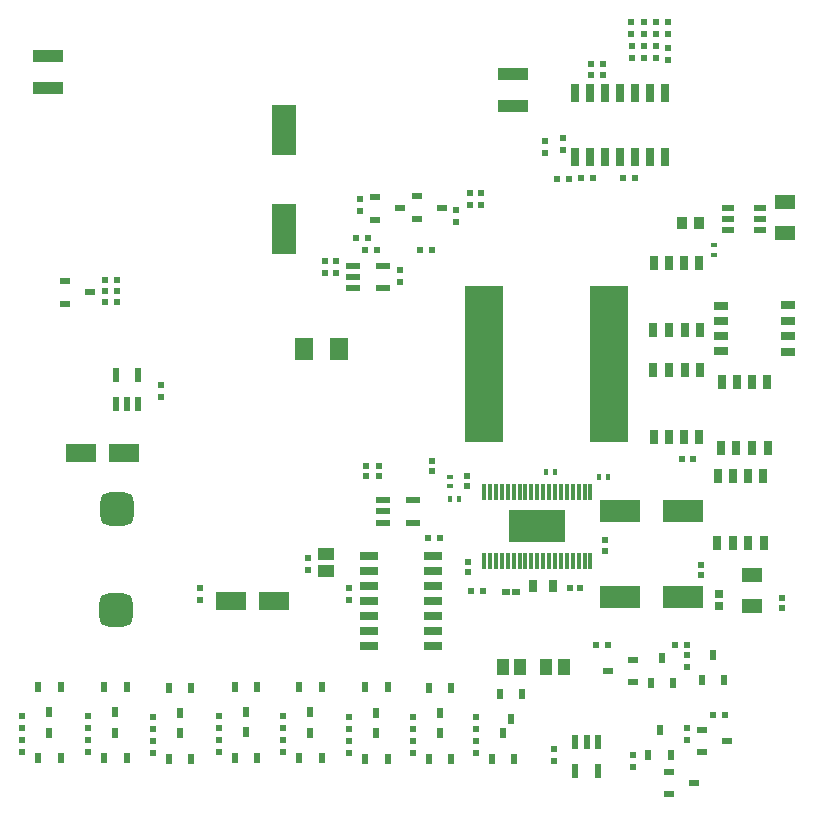
<source format=gtp>
G04*
G04 #@! TF.GenerationSoftware,Altium Limited,Altium Designer,19.1.9 (167)*
G04*
G04 Layer_Color=8421504*
%FSLAX25Y25*%
%MOIN*%
G70*
G01*
G75*
%ADD20R,0.12520X0.51968*%
%ADD21R,0.08465X0.16929*%
G04:AMPARAMS|DCode=22|XSize=110.24mil|YSize=110.24mil|CornerRadius=27.56mil|HoleSize=0mil|Usage=FLASHONLY|Rotation=90.000|XOffset=0mil|YOffset=0mil|HoleType=Round|Shape=RoundedRectangle|*
%AMROUNDEDRECTD22*
21,1,0.11024,0.05512,0,0,90.0*
21,1,0.05512,0.11024,0,0,90.0*
1,1,0.05512,0.02756,0.02756*
1,1,0.05512,0.02756,-0.02756*
1,1,0.05512,-0.02756,-0.02756*
1,1,0.05512,-0.02756,0.02756*
%
%ADD22ROUNDEDRECTD22*%
%ADD23R,0.01181X0.05709*%
%ADD24R,0.18701X0.10787*%
%ADD25R,0.04000X0.02200*%
%ADD26R,0.13780X0.07284*%
%ADD27R,0.02165X0.02362*%
%ADD28R,0.02559X0.04724*%
%ADD29R,0.01968X0.01575*%
%ADD30R,0.04724X0.02559*%
%ADD31R,0.02362X0.01968*%
%ADD32R,0.01968X0.02362*%
%ADD33R,0.06890X0.04724*%
%ADD34R,0.02362X0.02165*%
%ADD35R,0.02165X0.02165*%
%ADD36R,0.02165X0.02165*%
%ADD37R,0.06004X0.02756*%
%ADD38R,0.02362X0.03347*%
%ADD39R,0.02362X0.04724*%
%ADD40R,0.04724X0.02362*%
%ADD41R,0.05906X0.07480*%
%ADD42R,0.03740X0.04134*%
%ADD43R,0.02835X0.02992*%
%ADD44R,0.02598X0.02441*%
%ADD45R,0.01575X0.01968*%
%ADD46R,0.02559X0.04134*%
%ADD47R,0.03347X0.02362*%
%ADD48R,0.10236X0.04331*%
%ADD49R,0.10236X0.06299*%
%ADD50R,0.05512X0.04331*%
%ADD51R,0.04331X0.05512*%
%ADD52R,0.02756X0.06004*%
D20*
X230913Y177500D02*
D03*
X189181D02*
D03*
D21*
X122500Y255609D02*
D03*
Y222538D02*
D03*
D22*
X66520Y95571D02*
D03*
X67020Y129429D02*
D03*
D23*
X189284Y111984D02*
D03*
X191252D02*
D03*
X193220D02*
D03*
X195189D02*
D03*
X197158D02*
D03*
X199126D02*
D03*
X201095D02*
D03*
X203063D02*
D03*
X205031D02*
D03*
X207000D02*
D03*
X208968D02*
D03*
X210937D02*
D03*
X212906D02*
D03*
X214874D02*
D03*
X216843D02*
D03*
X218811D02*
D03*
X220779D02*
D03*
X222748D02*
D03*
X224716D02*
D03*
Y135016D02*
D03*
X222748D02*
D03*
X220779D02*
D03*
X218811D02*
D03*
X216843D02*
D03*
X214874D02*
D03*
X212906D02*
D03*
X210937D02*
D03*
X208968D02*
D03*
X207000D02*
D03*
X205031D02*
D03*
X203063D02*
D03*
X201095D02*
D03*
X199126D02*
D03*
X197158D02*
D03*
X195189D02*
D03*
X193220D02*
D03*
X191252D02*
D03*
X189284D02*
D03*
D24*
X207000Y123500D02*
D03*
D25*
X270650Y229740D02*
D03*
Y226000D02*
D03*
Y222260D02*
D03*
X281350D02*
D03*
Y226000D02*
D03*
Y229740D02*
D03*
D26*
X255433Y100000D02*
D03*
X234567D02*
D03*
X255433Y128500D02*
D03*
X234567D02*
D03*
D27*
X150000Y140227D02*
D03*
Y143573D02*
D03*
X154100Y143473D02*
D03*
Y140127D02*
D03*
X171968Y145173D02*
D03*
Y141827D02*
D03*
X183500Y136827D02*
D03*
Y140173D02*
D03*
X288500Y99673D02*
D03*
Y96327D02*
D03*
X261500Y107327D02*
D03*
Y110673D02*
D03*
X183860Y108145D02*
D03*
Y111491D02*
D03*
D28*
X283500Y171658D02*
D03*
X278500D02*
D03*
X273500D02*
D03*
X268500D02*
D03*
X268100Y149535D02*
D03*
X273400D02*
D03*
X278600D02*
D03*
X283900D02*
D03*
X282240Y140173D02*
D03*
X277240D02*
D03*
X272240D02*
D03*
X267240D02*
D03*
X266840Y118051D02*
D03*
X272140D02*
D03*
X277340D02*
D03*
X282640D02*
D03*
X246000Y153378D02*
D03*
X251000D02*
D03*
X256000D02*
D03*
X261000D02*
D03*
X261400Y175500D02*
D03*
X256100D02*
D03*
X250900D02*
D03*
X245600D02*
D03*
X261000Y211122D02*
D03*
X256000D02*
D03*
X251000D02*
D03*
X246000D02*
D03*
X245600Y189000D02*
D03*
X250900D02*
D03*
X256100D02*
D03*
X261400D02*
D03*
D29*
X266000Y217185D02*
D03*
Y214035D02*
D03*
X178000Y136925D02*
D03*
Y140075D02*
D03*
D30*
X268378Y197000D02*
D03*
Y192000D02*
D03*
Y187000D02*
D03*
Y182000D02*
D03*
X290500Y181600D02*
D03*
Y186900D02*
D03*
Y192100D02*
D03*
Y197400D02*
D03*
D31*
X153578Y215721D02*
D03*
X149641D02*
D03*
X146531Y219500D02*
D03*
X150469D02*
D03*
X66937Y198350D02*
D03*
X63000D02*
D03*
X225031Y277500D02*
D03*
X228969D02*
D03*
X228969Y274000D02*
D03*
X225031D02*
D03*
X265504Y60500D02*
D03*
X269441D02*
D03*
X213531Y239415D02*
D03*
X217469D02*
D03*
X221532Y239469D02*
D03*
X225468D02*
D03*
X235531Y239634D02*
D03*
X239469D02*
D03*
X256941Y84000D02*
D03*
X253004D02*
D03*
X226532Y84000D02*
D03*
X230469D02*
D03*
X185031Y102000D02*
D03*
X188969D02*
D03*
X168032Y215721D02*
D03*
X171968D02*
D03*
X62968Y202000D02*
D03*
X66905D02*
D03*
X63032Y205500D02*
D03*
X66969D02*
D03*
X170551Y119500D02*
D03*
X174488D02*
D03*
D32*
X161232Y205031D02*
D03*
Y208968D02*
D03*
X140000Y211910D02*
D03*
Y207972D02*
D03*
X136114Y208032D02*
D03*
Y211968D02*
D03*
X188100Y234469D02*
D03*
Y230532D02*
D03*
X180000Y228969D02*
D03*
Y225031D02*
D03*
X148000Y228532D02*
D03*
Y232469D02*
D03*
X130500Y109031D02*
D03*
Y112969D02*
D03*
X94500Y99032D02*
D03*
Y102969D02*
D03*
X246500Y291437D02*
D03*
Y287500D02*
D03*
X242500Y291469D02*
D03*
Y287531D02*
D03*
X209500Y251969D02*
D03*
Y248031D02*
D03*
X256754Y52250D02*
D03*
Y56187D02*
D03*
X250500Y291469D02*
D03*
Y287531D02*
D03*
X238400Y291469D02*
D03*
Y287531D02*
D03*
X215547Y252969D02*
D03*
Y249031D02*
D03*
X81417Y166532D02*
D03*
Y170468D02*
D03*
X239002Y47203D02*
D03*
Y43266D02*
D03*
X257004Y76531D02*
D03*
Y80468D02*
D03*
X212709Y49358D02*
D03*
Y45421D02*
D03*
X186624Y48077D02*
D03*
Y52014D02*
D03*
X186624Y56045D02*
D03*
Y59982D02*
D03*
X165624Y48041D02*
D03*
Y51978D02*
D03*
X165624Y56010D02*
D03*
Y59947D02*
D03*
X144364Y48077D02*
D03*
Y52014D02*
D03*
X144364Y56045D02*
D03*
Y59982D02*
D03*
X122364Y48309D02*
D03*
Y52246D02*
D03*
X122364Y56278D02*
D03*
Y60215D02*
D03*
X100864Y48344D02*
D03*
Y52281D02*
D03*
X100864Y56313D02*
D03*
Y60250D02*
D03*
X78864Y48041D02*
D03*
Y51978D02*
D03*
X78864Y56010D02*
D03*
Y59947D02*
D03*
X57364Y48278D02*
D03*
Y52215D02*
D03*
X57364Y56246D02*
D03*
Y60183D02*
D03*
X35364Y48278D02*
D03*
Y52215D02*
D03*
X35364Y56246D02*
D03*
Y60183D02*
D03*
X184600Y234469D02*
D03*
Y230532D02*
D03*
X144150Y99032D02*
D03*
Y102969D02*
D03*
X246500Y283437D02*
D03*
Y279500D02*
D03*
X242500Y283437D02*
D03*
Y279500D02*
D03*
X250500Y283000D02*
D03*
Y279063D02*
D03*
X238500Y283437D02*
D03*
Y279500D02*
D03*
D33*
X289500Y231618D02*
D03*
Y221382D02*
D03*
X278500Y107118D02*
D03*
Y96882D02*
D03*
D34*
X217991Y102938D02*
D03*
X221337D02*
D03*
D35*
X229563Y118772D02*
D03*
Y115228D02*
D03*
D36*
X255232Y146000D02*
D03*
X258776D02*
D03*
D37*
X172177Y83590D02*
D03*
Y88590D02*
D03*
Y93590D02*
D03*
Y98590D02*
D03*
Y103590D02*
D03*
Y108590D02*
D03*
Y113590D02*
D03*
X150823D02*
D03*
Y108590D02*
D03*
Y103590D02*
D03*
Y98590D02*
D03*
Y93590D02*
D03*
Y88590D02*
D03*
Y83590D02*
D03*
D38*
X195624Y54510D02*
D03*
X199364Y46045D02*
D03*
X191884D02*
D03*
X198274Y59263D02*
D03*
X194534Y67728D02*
D03*
X202014D02*
D03*
X174624Y54474D02*
D03*
X178364Y46010D02*
D03*
X170884D02*
D03*
X174624Y61278D02*
D03*
X170884Y69742D02*
D03*
X178364D02*
D03*
X153364Y54510D02*
D03*
X157104Y46045D02*
D03*
X149624D02*
D03*
X153364Y61313D02*
D03*
X149624Y69778D02*
D03*
X157104D02*
D03*
X131364Y54742D02*
D03*
X135104Y46278D02*
D03*
X127624D02*
D03*
X131364Y61545D02*
D03*
X127624Y70010D02*
D03*
X135104D02*
D03*
X109864Y54778D02*
D03*
X113604Y46313D02*
D03*
X106124D02*
D03*
X109864Y61581D02*
D03*
X106124Y70045D02*
D03*
X113604D02*
D03*
X87864Y54474D02*
D03*
X91604Y46010D02*
D03*
X84124D02*
D03*
X87864Y61278D02*
D03*
X84124Y69742D02*
D03*
X91604D02*
D03*
X66364Y54711D02*
D03*
X70104Y46246D02*
D03*
X62624D02*
D03*
X66364Y61514D02*
D03*
X62624Y69978D02*
D03*
X70104D02*
D03*
X44364Y54711D02*
D03*
X48104Y46246D02*
D03*
X40624D02*
D03*
X44364Y61514D02*
D03*
X40624Y69978D02*
D03*
X48104D02*
D03*
X247764Y55724D02*
D03*
X251504Y47260D02*
D03*
X244024D02*
D03*
X265504Y80732D02*
D03*
X269244Y72268D02*
D03*
X261764D02*
D03*
X248504Y79732D02*
D03*
X252244Y71268D02*
D03*
X244764D02*
D03*
D39*
X66520Y164157D02*
D03*
X70260D02*
D03*
X74000D02*
D03*
Y174000D02*
D03*
X66520D02*
D03*
X227189Y51764D02*
D03*
X223449D02*
D03*
X219709D02*
D03*
Y41921D02*
D03*
X227189D02*
D03*
D40*
X145679Y210272D02*
D03*
Y206532D02*
D03*
Y202791D02*
D03*
X155521D02*
D03*
Y210272D02*
D03*
X155683Y132240D02*
D03*
Y128500D02*
D03*
Y124760D02*
D03*
X165525D02*
D03*
Y132240D02*
D03*
D41*
X140905Y182500D02*
D03*
X129095D02*
D03*
D42*
X260854Y224500D02*
D03*
X255146D02*
D03*
D43*
X267500Y100961D02*
D03*
Y97102D02*
D03*
D44*
X200043Y101500D02*
D03*
X196579D02*
D03*
D45*
X213075Y141500D02*
D03*
X209925D02*
D03*
X230575Y139872D02*
D03*
X227425D02*
D03*
X177925Y132500D02*
D03*
X181075D02*
D03*
D46*
X205510Y103500D02*
D03*
X212203D02*
D03*
D47*
X175232Y229750D02*
D03*
X166768Y226010D02*
D03*
Y233490D02*
D03*
X161232Y229500D02*
D03*
X152768Y225760D02*
D03*
Y233240D02*
D03*
X58000Y201500D02*
D03*
X49535Y197760D02*
D03*
Y205240D02*
D03*
X270236Y52000D02*
D03*
X261772Y48260D02*
D03*
Y55740D02*
D03*
X259250Y38016D02*
D03*
X250785Y34276D02*
D03*
Y41756D02*
D03*
X230539Y75240D02*
D03*
X239004Y78980D02*
D03*
Y71500D02*
D03*
D48*
X199000Y274130D02*
D03*
Y263500D02*
D03*
X44000Y280130D02*
D03*
Y269500D02*
D03*
D49*
X104913Y98500D02*
D03*
X119087D02*
D03*
X55000Y148000D02*
D03*
X69173D02*
D03*
D50*
X136500Y114406D02*
D03*
Y108500D02*
D03*
D51*
X215953Y76500D02*
D03*
X210047D02*
D03*
X195500Y76500D02*
D03*
X201406D02*
D03*
D52*
X249700Y267854D02*
D03*
X244700D02*
D03*
X239700D02*
D03*
X234700D02*
D03*
X229700D02*
D03*
X224700D02*
D03*
X219700D02*
D03*
Y246500D02*
D03*
X224700D02*
D03*
X229700D02*
D03*
X234700D02*
D03*
X239700D02*
D03*
X244700D02*
D03*
X249700D02*
D03*
M02*

</source>
